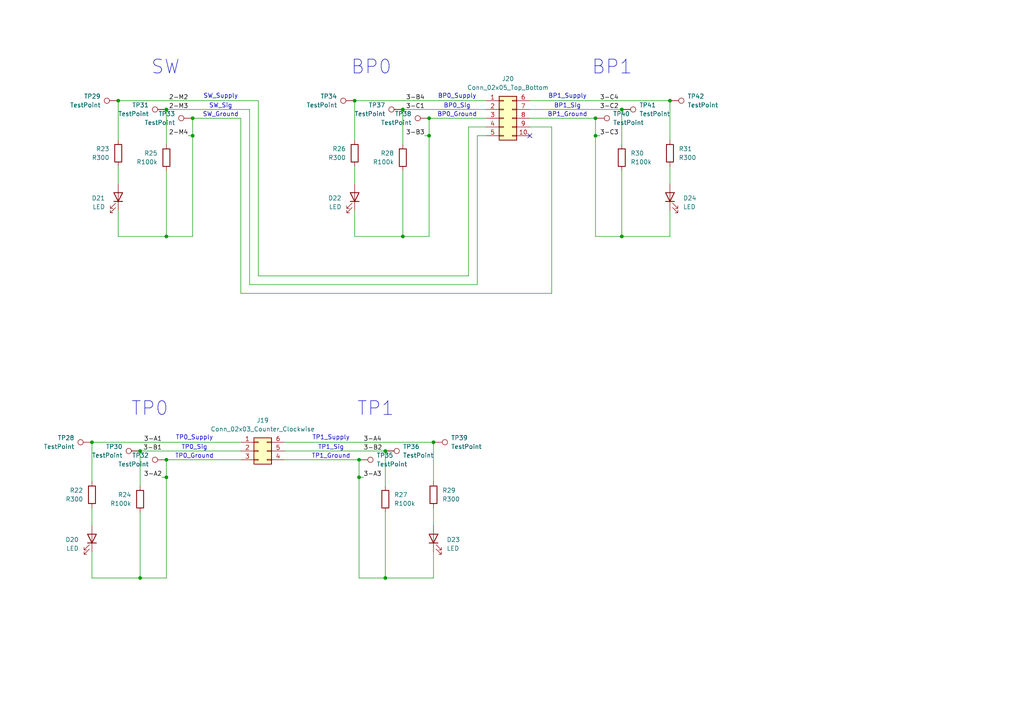
<source format=kicad_sch>
(kicad_sch (version 20231120) (generator "eeschema") (generator_version "8.0")
  (paper "A4")
  (lib_symbols
    (symbol "Connector:TestPoint" (pin_numbers hide) (pin_names (offset 0.762) hide)
      (property "Reference" "TP" (at 0 6.858 0))
      (property "Value" "TestPoint" (at 0 5.08 0))
      (symbol "TestPoint_0_1"
        (circle (center 0 3.302) (radius 0.762))
      )
      (symbol "TestPoint_1_1"
        (pin passive line (at 0 0 90) (length 2.54) (name "1") (number "1"))
      )
    )
    (symbol "Connector_Generic:Conn_02x03_Counter_Clockwise" (pin_names (offset 1.016) hide)
      (property "Reference" "J" (at 1.27 5.08 0))
      (property "Value" "Conn_02x03_Counter_Clockwise" (at 1.27 -5.08 0))
      (symbol "Conn_02x03_Counter_Clockwise_1_1"
        (rectangle (start -1.27 -2.413) (end 0 -2.667) (stroke (width 0.1524)))
        (rectangle (start -1.27 0.127) (end 0 -0.127) (stroke (width 0.1524)))
        (rectangle (start -1.27 2.667) (end 0 2.413) (stroke (width 0.1524)))
        (rectangle (start -1.27 3.81) (end 3.81 -3.81) (stroke (width 0.254)) (fill (type background)))
        (rectangle (start 3.81 -2.413) (end 2.54 -2.667) (stroke (width 0.1524)))
        (rectangle (start 3.81 0.127) (end 2.54 -0.127) (stroke (width 0.1524)))
        (rectangle (start 3.81 2.667) (end 2.54 2.413) (stroke (width 0.1524)))
        (pin passive line (at -5.08 2.54 0) (length 3.81) (name "Pin_1") (number "1"))
        (pin passive line (at -5.08 0 0) (length 3.81) (name "Pin_2") (number "2"))
        (pin passive line (at -5.08 -2.54 0) (length 3.81) (name "Pin_3") (number "3"))
        (pin passive line (at 7.62 -2.54 180) (length 3.81) (name "Pin_4") (number "4"))
        (pin passive line (at 7.62 0 180) (length 3.81) (name "Pin_5") (number "5"))
        (pin passive line (at 7.62 2.54 180) (length 3.81) (name "Pin_6") (number "6"))
      )
    )
    (symbol "Connector_Generic:Conn_02x05_Top_Bottom" (pin_names (offset 1.016) hide)
      (property "Reference" "J" (at 1.27 7.62 0))
      (property "Value" "Conn_02x05_Top_Bottom" (at 1.27 -7.62 0))
      (symbol "Conn_02x05_Top_Bottom_1_1"
        (rectangle (start -1.27 -4.953) (end 0 -5.207) (stroke (width 0.1524)))
        (rectangle (start -1.27 -2.413) (end 0 -2.667) (stroke (width 0.1524)))
        (rectangle (start -1.27 0.127) (end 0 -0.127) (stroke (width 0.1524)))
        (rectangle (start -1.27 2.667) (end 0 2.413) (stroke (width 0.1524)))
        (rectangle (start -1.27 5.207) (end 0 4.953) (stroke (width 0.1524)))
        (rectangle (start -1.27 6.35) (end 3.81 -6.35) (stroke (width 0.254)) (fill (type background)))
        (rectangle (start 3.81 -4.953) (end 2.54 -5.207) (stroke (width 0.1524)))
        (rectangle (start 3.81 -2.413) (end 2.54 -2.667) (stroke (width 0.1524)))
        (rectangle (start 3.81 0.127) (end 2.54 -0.127) (stroke (width 0.1524)))
        (rectangle (start 3.81 2.667) (end 2.54 2.413) (stroke (width 0.1524)))
        (rectangle (start 3.81 5.207) (end 2.54 4.953) (stroke (width 0.1524)))
        (pin passive line (at -5.08 5.08 0) (length 3.81) (name "Pin_1") (number "1"))
        (pin passive line (at 7.62 -5.08 180) (length 3.81) (name "Pin_10") (number "10"))
        (pin passive line (at -5.08 2.54 0) (length 3.81) (name "Pin_2") (number "2"))
        (pin passive line (at -5.08 0 0) (length 3.81) (name "Pin_3") (number "3"))
        (pin passive line (at -5.08 -2.54 0) (length 3.81) (name "Pin_4") (number "4"))
        (pin passive line (at -5.08 -5.08 0) (length 3.81) (name "Pin_5") (number "5"))
        (pin passive line (at 7.62 5.08 180) (length 3.81) (name "Pin_6") (number "6"))
        (pin passive line (at 7.62 2.54 180) (length 3.81) (name "Pin_7") (number "7"))
        (pin passive line (at 7.62 0 180) (length 3.81) (name "Pin_8") (number "8"))
        (pin passive line (at 7.62 -2.54 180) (length 3.81) (name "Pin_9") (number "9"))
      )
    )
    (symbol "Device:LED" (pin_numbers hide) (pin_names (offset 1.016) hide)
      (property "Reference" "D" (at 0 2.54 0))
      (property "Value" "LED" (at 0 -2.54 0))
      (symbol "LED_0_1"
        (polyline (pts (xy -1.27 -1.27) (xy -1.27 1.27)) (stroke (width 0.254)))
        (polyline (pts (xy -1.27 0) (xy 1.27 0)))
        (polyline (pts (xy 1.27 -1.27) (xy 1.27 1.27) (xy -1.27 0) (xy 1.27 -1.27)) (stroke (width 0.254)))
        (polyline (pts (xy -3.048 -0.762) (xy -4.572 -2.286) (xy -3.81 -2.286) (xy -4.572 -2.286) (xy -4.572 -1.524)))
        (polyline (pts (xy -1.778 -0.762) (xy -3.302 -2.286) (xy -2.54 -2.286) (xy -3.302 -2.286) (xy -3.302 -1.524)))
      )
      (symbol "LED_1_1"
        (pin passive line (at -3.81 0 0) (length 2.54) (name "K") (number "1"))
        (pin passive line (at 3.81 0 180) (length 2.54) (name "A") (number "2"))
      )
    )
    (symbol "Device:R" (pin_numbers hide) (pin_names (offset 0))
      (property "Reference" "R" (at 2.032 0 90))
      (property "Value" "R" (at 0 0 90))
      (symbol "R_0_1"
        (rectangle (start -1.016 -2.54) (end 1.016 2.54) (stroke (width 0.254)))
      )
      (symbol "R_1_1"
        (pin passive line (at 0 3.81 270) (length 1.27) (name "~") (number "1"))
        (pin passive line (at 0 -3.81 90) (length 1.27) (name "~") (number "2"))
      )
    )
  )
  (junction (at 40.64 167.64))
  (junction (at 125.73 128.27))
  (junction (at 104.14 133.35))
  (junction (at 172.72 39.37))
  (junction (at 124.46 39.37))
  (junction (at 26.67 128.27))
  (junction (at 104.14 138.43))
  (junction (at 194.31 29.21))
  (junction (at 116.84 68.58))
  (junction (at 40.64 130.81))
  (junction (at 34.29 29.21))
  (junction (at 180.34 31.75))
  (junction (at 124.46 34.29))
  (junction (at 116.84 31.75))
  (junction (at 111.76 167.64))
  (junction (at 48.26 31.75))
  (junction (at 180.34 68.58))
  (junction (at 48.26 68.58))
  (junction (at 48.26 133.35))
  (junction (at 55.88 34.29))
  (junction (at 172.72 34.29))
  (junction (at 102.87 29.21))
  (junction (at 111.76 130.81))
  (junction (at 55.88 39.37))
  (junction (at 48.26 138.43))
  (no_connect (at 153.67 39.37))
  (wire (pts (xy 124.46 39.37) (xy 124.46 68.58)))
  (wire (pts (xy 135.89 80.01) (xy 74.93 80.01)))
  (wire (pts (xy 138.43 82.55) (xy 138.43 39.37)))
  (wire (pts (xy 172.72 68.58) (xy 180.34 68.58)))
  (wire (pts (xy 55.88 39.37) (xy 54.61 39.37)))
  (wire (pts (xy 82.55 130.81) (xy 111.76 130.81)))
  (wire (pts (xy 194.31 60.96) (xy 194.31 68.58)))
  (wire (pts (xy 135.89 36.83) (xy 135.89 80.01)))
  (wire (pts (xy 138.43 39.37) (xy 140.97 39.37)))
  (wire (pts (xy 172.72 39.37) (xy 172.72 68.58)))
  (wire (pts (xy 34.29 29.21) (xy 74.93 29.21)))
  (wire (pts (xy 40.64 148.59) (xy 40.64 167.64)))
  (wire (pts (xy 48.26 133.35) (xy 48.26 138.43)))
  (wire (pts (xy 104.14 138.43) (xy 104.14 167.64)))
  (wire (pts (xy 26.67 128.27) (xy 69.85 128.27)))
  (wire (pts (xy 40.64 167.64) (xy 26.67 167.64)))
  (wire (pts (xy 34.29 29.21) (xy 34.29 40.64)))
  (wire (pts (xy 111.76 130.81) (xy 111.76 140.97)))
  (wire (pts (xy 116.84 49.53) (xy 116.84 68.58)))
  (wire (pts (xy 34.29 60.96) (xy 34.29 68.58)))
  (wire (pts (xy 153.67 34.29) (xy 172.72 34.29)))
  (wire (pts (xy 82.55 128.27) (xy 125.73 128.27)))
  (wire (pts (xy 104.14 133.35) (xy 104.14 138.43)))
  (wire (pts (xy 180.34 31.75) (xy 180.34 41.91)))
  (wire (pts (xy 160.02 36.83) (xy 153.67 36.83)))
  (wire (pts (xy 48.26 49.53) (xy 48.26 68.58)))
  (wire (pts (xy 26.67 128.27) (xy 26.67 139.7)))
  (wire (pts (xy 111.76 148.59) (xy 111.76 167.64)))
  (wire (pts (xy 124.46 39.37) (xy 123.19 39.37)))
  (wire (pts (xy 48.26 31.75) (xy 72.39 31.75)))
  (wire (pts (xy 111.76 167.64) (xy 125.73 167.64)))
  (wire (pts (xy 55.88 34.29) (xy 55.88 39.37)))
  (wire (pts (xy 104.14 167.64) (xy 111.76 167.64)))
  (wire (pts (xy 104.14 138.43) (xy 105.41 138.43)))
  (wire (pts (xy 69.85 85.09) (xy 160.02 85.09)))
  (wire (pts (xy 82.55 133.35) (xy 104.14 133.35)))
  (wire (pts (xy 55.88 39.37) (xy 55.88 68.58)))
  (wire (pts (xy 34.29 48.26) (xy 34.29 53.34)))
  (wire (pts (xy 72.39 31.75) (xy 72.39 82.55)))
  (wire (pts (xy 69.85 34.29) (xy 55.88 34.29)))
  (wire (pts (xy 26.67 160.02) (xy 26.67 167.64)))
  (wire (pts (xy 124.46 68.58) (xy 116.84 68.58)))
  (wire (pts (xy 72.39 82.55) (xy 138.43 82.55)))
  (wire (pts (xy 160.02 85.09) (xy 160.02 36.83)))
  (wire (pts (xy 69.85 34.29) (xy 69.85 85.09)))
  (wire (pts (xy 172.72 39.37) (xy 173.99 39.37)))
  (wire (pts (xy 194.31 48.26) (xy 194.31 53.34)))
  (wire (pts (xy 55.88 68.58) (xy 48.26 68.58)))
  (wire (pts (xy 116.84 68.58) (xy 102.87 68.58)))
  (wire (pts (xy 48.26 138.43) (xy 46.99 138.43)))
  (wire (pts (xy 48.26 138.43) (xy 48.26 167.64)))
  (wire (pts (xy 48.26 167.64) (xy 40.64 167.64)))
  (wire (pts (xy 102.87 48.26) (xy 102.87 53.34)))
  (wire (pts (xy 102.87 60.96) (xy 102.87 68.58)))
  (wire (pts (xy 125.73 147.32) (xy 125.73 152.4)))
  (wire (pts (xy 48.26 68.58) (xy 34.29 68.58)))
  (wire (pts (xy 116.84 31.75) (xy 116.84 41.91)))
  (wire (pts (xy 40.64 130.81) (xy 69.85 130.81)))
  (wire (pts (xy 116.84 31.75) (xy 140.97 31.75)))
  (wire (pts (xy 74.93 80.01) (xy 74.93 29.21)))
  (wire (pts (xy 153.67 29.21) (xy 194.31 29.21)))
  (wire (pts (xy 102.87 29.21) (xy 140.97 29.21)))
  (wire (pts (xy 48.26 31.75) (xy 48.26 41.91)))
  (wire (pts (xy 124.46 34.29) (xy 124.46 39.37)))
  (wire (pts (xy 124.46 34.29) (xy 140.97 34.29)))
  (wire (pts (xy 40.64 130.81) (xy 40.64 140.97)))
  (wire (pts (xy 125.73 128.27) (xy 125.73 139.7)))
  (wire (pts (xy 48.26 133.35) (xy 69.85 133.35)))
  (wire (pts (xy 180.34 68.58) (xy 194.31 68.58)))
  (wire (pts (xy 172.72 34.29) (xy 172.72 39.37)))
  (wire (pts (xy 140.97 36.83) (xy 135.89 36.83)))
  (wire (pts (xy 102.87 29.21) (xy 102.87 40.64)))
  (wire (pts (xy 153.67 31.75) (xy 180.34 31.75)))
  (wire (pts (xy 26.67 147.32) (xy 26.67 152.4)))
  (wire (pts (xy 125.73 160.02) (xy 125.73 167.64)))
  (wire (pts (xy 194.31 29.21) (xy 194.31 40.64)))
  (wire (pts (xy 180.34 49.53) (xy 180.34 68.58)))
  (text "SW_Ground" (at 64.008 33.274 0) (effects (font (size 1.27 1.27))))
  (text "BP0_Supply" (at 132.588 27.94 0) (effects (font (size 1.27 1.27))))
  (text "TP1_Ground" (at 96.012 132.334 0) (effects (font (size 1.27 1.27))))
  (text "TP0_Ground" (at 56.388 132.334 0) (effects (font (size 1.27 1.27))))
  (text "BP1_Ground" (at 164.592 33.274 0) (effects (font (size 1.27 1.27))))
  (text "BP0" (at 107.696 19.558 0) (effects (font (size 4 4))))
  (text "TP0" (at 43.434 118.618 0) (effects (font (size 4 4))))
  (text "BP1" (at 177.546 19.558 0) (effects (font (size 4 4))))
  (text "TP0_Sig" (at 56.388 129.794 0) (effects (font (size 1.27 1.27))))
  (text "TP1_Supply" (at 96.012 127 0) (effects (font (size 1.27 1.27))))
  (text "BP1_Sig" (at 164.592 30.734 0) (effects (font (size 1.27 1.27))))
  (text "BP0_Ground" (at 132.588 33.274 0) (effects (font (size 1.27 1.27))))
  (text "TP1" (at 108.966 118.618 0) (effects (font (size 4 4))))
  (text "SW" (at 48.006 19.558 0) (effects (font (size 4 4))))
  (text "TP1_Sig" (at 96.012 129.794 0) (effects (font (size 1.27 1.27))))
  (text "BP0_Sig" (at 132.588 30.734 0) (effects (font (size 1.27 1.27))))
  (text "SW_Sig" (at 64.008 30.734 0) (effects (font (size 1.27 1.27))))
  (text "BP1_Supply" (at 164.592 27.94 0) (effects (font (size 1.27 1.27))))
  (text "TP0_Supply" (at 56.388 127 0) (effects (font (size 1.27 1.27))))
  (text "SW_Supply\n" (at 64.008 27.94 0) (effects (font (size 1.27 1.27))))
  (label "3-B3" (at 123.19 39.37 180))
  (label "2-M3" (at 54.61 31.75 180))
  (label "3-C2" (at 173.99 31.75 0))
  (label "3-A3" (at 105.41 138.43 0))
  (label "3-A4" (at 105.41 128.27 0))
  (label "2-M2" (at 54.61 29.21 180))
  (label "3-B4" (at 123.19 29.21 180))
  (label "3-C1" (at 123.19 31.75 180))
  (label "3-A2" (at 46.99 138.43 180))
  (label "3-B2" (at 105.41 130.81 0))
  (label "2-M4" (at 54.61 39.37 180))
  (label "3-A1" (at 46.99 128.27 180))
  (label "3-B1" (at 46.99 130.81 180))
  (label "3-C4" (at 173.99 29.21 0))
  (label "3-C3" (at 173.99 39.37 0))
  (symbol (lib_id "Connector:TestPoint") (at 26.67 128.27 90) (mirror x) (unit 1)
    (property "Reference" "TP28" (at 21.59 126.9999 90) (effects (justify left)))
    (property "Value" "TestPoint" (at 21.59 129.5399 90) (effects (justify left)))
    (property "Footprint" "TestPoint:TestPoint_Keystone_5010-5014_Multipurpose" (effects (hide yes)))
    (property "Description" "test point" (effects (hide yes)))
  )
  (symbol (lib_id "Device:R") (at 26.67 143.51 0) (mirror y) (unit 1)
    (property "Reference" "R22" (at 24.13 142.2399 0) (effects (justify left)))
    (property "Value" "R300" (at 24.13 144.7799 0) (effects (justify left)))
    (property "Footprint" "Resistor_SMD:R_1206_3216Metric_Pad1.30x1.75mm_HandSolder" (effects (hide yes)))
    (property "Description" "Resistor" (effects (hide yes)))
  )
  (symbol (lib_id "Device:LED") (at 125.73 156.21 90) (unit 1)
    (property "Reference" "D23" (at 129.54 156.5274 90) (effects (justify right)))
    (property "Value" "LED" (at 129.54 159.0674 90) (effects (justify right)))
    (property "Footprint" "LED_SMD:LED_0805_2012Metric_Pad1.15x1.40mm_HandSolder" (effects (hide yes)))
    (property "Description" "Light emitting diode" (effects (hide yes)))
  )
  (symbol (lib_id "Device:R") (at 194.31 44.45 0) (unit 1)
    (property "Reference" "R31" (at 196.85 43.1799 0) (effects (justify left)))
    (property "Value" "R300" (at 196.85 45.7199 0) (effects (justify left)))
    (property "Footprint" "Resistor_SMD:R_1206_3216Metric_Pad1.30x1.75mm_HandSolder" (effects (hide yes)))
    (property "Description" "Resistor" (effects (hide yes)))
  )
  (symbol (lib_id "Connector:TestPoint") (at 55.88 34.29 90) (mirror x) (unit 1)
    (property "Reference" "TP33" (at 50.8 33.0199 90) (effects (justify left)))
    (property "Value" "TestPoint" (at 50.8 35.5599 90) (effects (justify left)))
    (property "Footprint" "TestPoint:TestPoint_Keystone_5010-5014_Multipurpose" (effects (hide yes)))
    (property "Description" "test point" (effects (hide yes)))
  )
  (symbol (lib_id "Device:LED") (at 194.31 57.15 90) (unit 1)
    (property "Reference" "D24" (at 198.12 57.4674 90) (effects (justify right)))
    (property "Value" "LED" (at 198.12 60.0074 90) (effects (justify right)))
    (property "Footprint" "LED_SMD:LED_0805_2012Metric_Pad1.15x1.40mm_HandSolder" (effects (hide yes)))
    (property "Description" "Light emitting diode" (effects (hide yes)))
  )
  (symbol (lib_id "Device:R") (at 111.76 144.78 0) (unit 1)
    (property "Reference" "R27" (at 114.3 143.5099 0) (effects (justify left)))
    (property "Value" "R100k" (at 114.3 146.0499 0) (effects (justify left)))
    (property "Footprint" "Resistor_SMD:R_1206_3216Metric_Pad1.30x1.75mm_HandSolder" (effects (hide yes)))
    (property "Description" "Resistor" (effects (hide yes)))
  )
  (symbol (lib_id "Device:R") (at 40.64 144.78 0) (mirror y) (unit 1)
    (property "Reference" "R24" (at 38.1 143.5099 0) (effects (justify left)))
    (property "Value" "R100k" (at 38.1 146.0499 0) (effects (justify left)))
    (property "Footprint" "Resistor_SMD:R_1206_3216Metric_Pad1.30x1.75mm_HandSolder" (effects (hide yes)))
    (property "Description" "Resistor" (effects (hide yes)))
  )
  (symbol (lib_id "Device:R") (at 180.34 45.72 0) (unit 1)
    (property "Reference" "R30" (at 182.88 44.4499 0) (effects (justify left)))
    (property "Value" "R100k" (at 182.88 46.9899 0) (effects (justify left)))
    (property "Footprint" "Resistor_SMD:R_1206_3216Metric_Pad1.30x1.75mm_HandSolder" (effects (hide yes)))
    (property "Description" "Resistor" (effects (hide yes)))
  )
  (symbol (lib_id "Connector:TestPoint") (at 194.31 29.21 270) (unit 1)
    (property "Reference" "TP42" (at 199.39 27.9399 90) (effects (justify left)))
    (property "Value" "TestPoint" (at 199.39 30.4799 90) (effects (justify left)))
    (property "Footprint" "TestPoint:TestPoint_Keystone_5010-5014_Multipurpose" (effects (hide yes)))
    (property "Description" "test point" (effects (hide yes)))
  )
  (symbol (lib_id "Device:R") (at 125.73 143.51 0) (unit 1)
    (property "Reference" "R29" (at 128.27 142.2399 0) (effects (justify left)))
    (property "Value" "R300" (at 128.27 144.7799 0) (effects (justify left)))
    (property "Footprint" "Resistor_SMD:R_1206_3216Metric_Pad1.30x1.75mm_HandSolder" (effects (hide yes)))
    (property "Description" "Resistor" (effects (hide yes)))
  )
  (symbol (lib_id "Connector:TestPoint") (at 124.46 34.29 90) (mirror x) (unit 1)
    (property "Reference" "TP38" (at 119.38 33.0199 90) (effects (justify left)))
    (property "Value" "TestPoint" (at 119.38 35.5599 90) (effects (justify left)))
    (property "Footprint" "TestPoint:TestPoint_Keystone_5010-5014_Multipurpose" (effects (hide yes)))
    (property "Description" "test point" (effects (hide yes)))
  )
  (symbol (lib_id "Connector:TestPoint") (at 104.14 133.35 270) (unit 1)
    (property "Reference" "TP35" (at 109.22 132.0799 90) (effects (justify left)))
    (property "Value" "TestPoint" (at 109.22 134.6199 90) (effects (justify left)))
    (property "Footprint" "TestPoint:TestPoint_Keystone_5010-5014_Multipurpose" (effects (hide yes)))
    (property "Description" "test point" (effects (hide yes)))
  )
  (symbol (lib_id "Connector:TestPoint") (at 48.26 133.35 90) (mirror x) (unit 1)
    (property "Reference" "TP32" (at 43.18 132.0799 90) (effects (justify left)))
    (property "Value" "TestPoint" (at 43.18 134.6199 90) (effects (justify left)))
    (property "Footprint" "TestPoint:TestPoint_Keystone_5010-5014_Multipurpose" (effects (hide yes)))
    (property "Description" "test point" (effects (hide yes)))
  )
  (symbol (lib_id "Connector:TestPoint") (at 116.84 31.75 90) (mirror x) (unit 1)
    (property "Reference" "TP37" (at 111.76 30.4799 90) (effects (justify left)))
    (property "Value" "TestPoint" (at 111.76 33.0199 90) (effects (justify left)))
    (property "Footprint" "TestPoint:TestPoint_Keystone_5010-5014_Multipurpose" (effects (hide yes)))
    (property "Description" "test point" (effects (hide yes)))
  )
  (symbol (lib_id "Device:LED") (at 26.67 156.21 270) (mirror x) (unit 1)
    (property "Reference" "D20" (at 22.86 156.5274 90) (effects (justify right)))
    (property "Value" "LED" (at 22.86 159.0674 90) (effects (justify right)))
    (property "Footprint" "LED_SMD:LED_0805_2012Metric_Pad1.15x1.40mm_HandSolder" (effects (hide yes)))
    (property "Description" "Light emitting diode" (effects (hide yes)))
  )
  (symbol (lib_id "Connector:TestPoint") (at 34.29 29.21 90) (mirror x) (unit 1)
    (property "Reference" "TP29" (at 29.21 27.9399 90) (effects (justify left)))
    (property "Value" "TestPoint" (at 29.21 30.4799 90) (effects (justify left)))
    (property "Footprint" "TestPoint:TestPoint_Keystone_5010-5014_Multipurpose" (effects (hide yes)))
    (property "Description" "test point" (effects (hide yes)))
  )
  (symbol (lib_id "Connector:TestPoint") (at 125.73 128.27 270) (unit 1)
    (property "Reference" "TP39" (at 130.81 126.9999 90) (effects (justify left)))
    (property "Value" "TestPoint" (at 130.81 129.5399 90) (effects (justify left)))
    (property "Footprint" "TestPoint:TestPoint_Keystone_5010-5014_Multipurpose" (effects (hide yes)))
    (property "Description" "test point" (effects (hide yes)))
  )
  (symbol (lib_id "Connector:TestPoint") (at 48.26 31.75 90) (mirror x) (unit 1)
    (property "Reference" "TP31" (at 43.18 30.4799 90) (effects (justify left)))
    (property "Value" "TestPoint" (at 43.18 33.0199 90) (effects (justify left)))
    (property "Footprint" "TestPoint:TestPoint_Keystone_5010-5014_Multipurpose" (effects (hide yes)))
    (property "Description" "test point" (effects (hide yes)))
  )
  (symbol (lib_id "Connector:TestPoint") (at 40.64 130.81 90) (mirror x) (unit 1)
    (property "Reference" "TP30" (at 35.56 129.5399 90) (effects (justify left)))
    (property "Value" "TestPoint" (at 35.56 132.0799 90) (effects (justify left)))
    (property "Footprint" "TestPoint:TestPoint_Keystone_5010-5014_Multipurpose" (effects (hide yes)))
    (property "Description" "test point" (effects (hide yes)))
  )
  (symbol (lib_id "Device:R") (at 34.29 44.45 0) (mirror y) (unit 1)
    (property "Reference" "R23" (at 31.75 43.1799 0) (effects (justify left)))
    (property "Value" "R300" (at 31.75 45.7199 0) (effects (justify left)))
    (property "Footprint" "Resistor_SMD:R_1206_3216Metric_Pad1.30x1.75mm_HandSolder" (effects (hide yes)))
    (property "Description" "Resistor" (effects (hide yes)))
  )
  (symbol (lib_id "Connector:TestPoint") (at 172.72 34.29 270) (unit 1)
    (property "Reference" "TP40" (at 177.8 33.0199 90) (effects (justify left)))
    (property "Value" "TestPoint" (at 177.8 35.5599 90) (effects (justify left)))
    (property "Footprint" "TestPoint:TestPoint_Keystone_5010-5014_Multipurpose" (effects (hide yes)))
    (property "Description" "test point" (effects (hide yes)))
  )
  (symbol (lib_id "Connector:TestPoint") (at 111.76 130.81 270) (unit 1)
    (property "Reference" "TP36" (at 116.84 129.5399 90) (effects (justify left)))
    (property "Value" "TestPoint" (at 116.84 132.0799 90) (effects (justify left)))
    (property "Footprint" "TestPoint:TestPoint_Keystone_5010-5014_Multipurpose" (effects (hide yes)))
    (property "Description" "test point" (effects (hide yes)))
  )
  (symbol (lib_id "Connector:TestPoint") (at 102.87 29.21 90) (mirror x) (unit 1)
    (property "Reference" "TP34" (at 97.79 27.9399 90) (effects (justify left)))
    (property "Value" "TestPoint" (at 97.79 30.4799 90) (effects (justify left)))
    (property "Footprint" "TestPoint:TestPoint_Keystone_5010-5014_Multipurpose" (effects (hide yes)))
    (property "Description" "test point" (effects (hide yes)))
  )
  (symbol (lib_id "Connector_Generic:Conn_02x03_Counter_Clockwise") (at 74.93 130.81 0) (unit 1)
    (property "Reference" "J19" (at 76.2 121.92 0))
    (property "Value" "Conn_02x03_Counter_Clockwise" (at 76.2 124.46 0))
    (property "Footprint" "Connector_Molex:Molex_Mini-Fit_Jr_5566-06A_2x03_P4.20mm_Vertical" (effects (hide yes)))
    (property "Description" "Generic connector, double row, 02x03, counter clockwise pin numbering scheme (similar to DIP package numbering), script generated (kicad-library-utils/schlib/autogen/connector/)" (effects (hide yes)))
  )
  (symbol (lib_id "Device:R") (at 102.87 44.45 0) (mirror y) (unit 1)
    (property "Reference" "R26" (at 100.33 43.1799 0) (effects (justify left)))
    (property "Value" "R300" (at 100.33 45.7199 0) (effects (justify left)))
    (property "Footprint" "Resistor_SMD:R_1206_3216Metric_Pad1.30x1.75mm_HandSolder" (effects (hide yes)))
    (property "Description" "Resistor" (effects (hide yes)))
  )
  (symbol (lib_id "Connector_Generic:Conn_02x05_Top_Bottom") (at 146.05 34.29 0) (unit 1)
    (property "Reference" "J20" (at 147.32 22.86 0))
    (property "Value" "Conn_02x05_Top_Bottom" (at 147.32 25.4 0))
    (property "Footprint" "Connector_Molex:Molex_Mini-Fit_Jr_5566-10A_2x05_P4.20mm_Vertical" (effects (hide yes)))
    (property "Description" "Generic connector, double row, 02x05, top/bottom pin numbering scheme (row 1: 1...pins_per_row, row2: pins_per_row+1 ... num_pins), script generated (kicad-library-utils/schlib/autogen/connector/)" (effects (hide yes)))
  )
  (symbol (lib_id "Device:R") (at 48.26 45.72 0) (mirror y) (unit 1)
    (property "Reference" "R25" (at 45.72 44.4499 0) (effects (justify left)))
    (property "Value" "R100k" (at 45.72 46.9899 0) (effects (justify left)))
    (property "Footprint" "Resistor_SMD:R_1206_3216Metric_Pad1.30x1.75mm_HandSolder" (effects (hide yes)))
    (property "Description" "Resistor" (effects (hide yes)))
  )
  (symbol (lib_id "Connector:TestPoint") (at 180.34 31.75 270) (unit 1)
    (property "Reference" "TP41" (at 185.42 30.4799 90) (effects (justify left)))
    (property "Value" "TestPoint" (at 185.42 33.0199 90) (effects (justify left)))
    (property "Footprint" "TestPoint:TestPoint_Keystone_5010-5014_Multipurpose" (effects (hide yes)))
    (property "Description" "test point" (effects (hide yes)))
  )
  (symbol (lib_id "Device:LED") (at 102.87 57.15 270) (mirror x) (unit 1)
    (property "Reference" "D22" (at 99.06 57.4674 90) (effects (justify right)))
    (property "Value" "LED" (at 99.06 60.0074 90) (effects (justify right)))
    (property "Footprint" "LED_SMD:LED_0805_2012Metric_Pad1.15x1.40mm_HandSolder" (effects (hide yes)))
    (property "Description" "Light emitting diode" (effects (hide yes)))
  )
  (symbol (lib_id "Device:R") (at 116.84 45.72 0) (mirror y) (unit 1)
    (property "Reference" "R28" (at 114.3 44.4499 0) (effects (justify left)))
    (property "Value" "R100k" (at 114.3 46.9899 0) (effects (justify left)))
    (property "Footprint" "Resistor_SMD:R_1206_3216Metric_Pad1.30x1.75mm_HandSolder" (effects (hide yes)))
    (property "Description" "Resistor" (effects (hide yes)))
  )
  (symbol (lib_id "Device:LED") (at 34.29 57.15 270) (mirror x) (unit 1)
    (property "Reference" "D21" (at 30.48 57.4674 90) (effects (justify right)))
    (property "Value" "LED" (at 30.48 60.0074 90) (effects (justify right)))
    (property "Footprint" "LED_SMD:LED_0805_2012Metric_Pad1.15x1.40mm_HandSolder" (effects (hide yes)))
    (property "Description" "Light emitting diode" (effects (hide yes)))
  )
)
</source>
